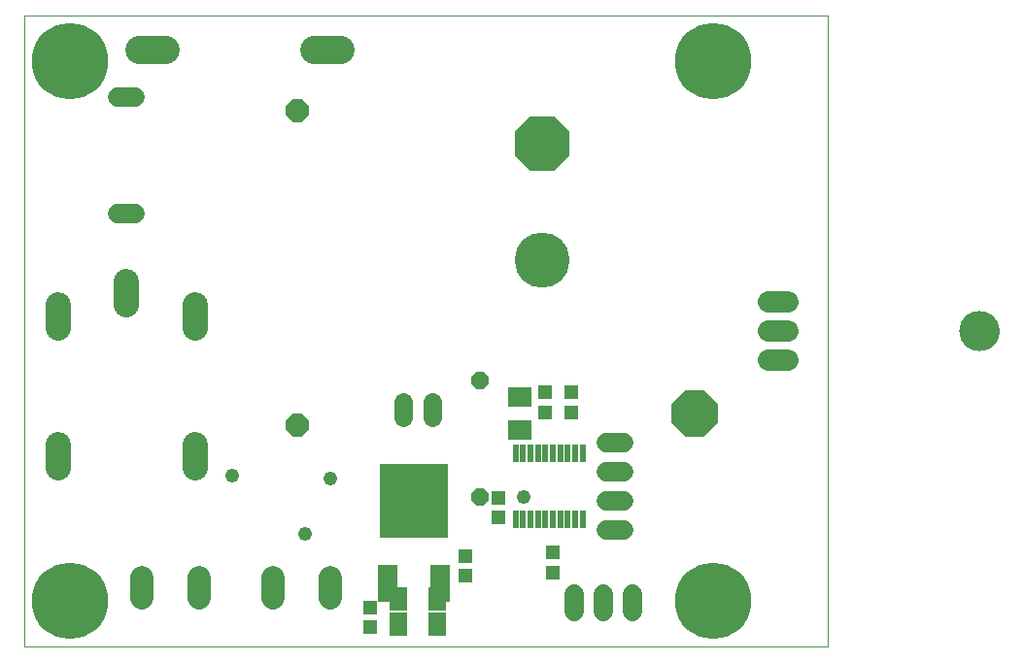
<source format=gts>
G75*
%MOIN*%
%OFA0B0*%
%FSLAX25Y25*%
%IPPOS*%
%LPD*%
%AMOC8*
5,1,8,0,0,1.08239X$1,22.5*
%
%ADD10C,0.00000*%
%ADD11C,0.08600*%
%ADD12R,0.05131X0.04737*%
%ADD13C,0.06800*%
%ADD14C,0.09650*%
%ADD15C,0.07400*%
%ADD16C,0.13800*%
%ADD17C,0.18900*%
%ADD18OC8,0.18900*%
%ADD19OC8,0.07850*%
%ADD20C,0.07850*%
%ADD21R,0.02375X0.06115*%
%ADD22R,0.04737X0.05131*%
%ADD23R,0.07898X0.07099*%
%ADD24R,0.23635X0.25209*%
%ADD25R,0.07099X0.12611*%
%ADD26R,0.06312X0.07887*%
%ADD27OC8,0.15800*%
%ADD28C,0.06400*%
%ADD29OC8,0.06000*%
%ADD30C,0.26200*%
%ADD31C,0.04762*%
D10*
X0002474Y0011800D02*
X0002474Y0228335D01*
X0278065Y0228335D01*
X0278065Y0011800D01*
X0002474Y0011800D01*
X0323724Y0120068D02*
X0323726Y0120229D01*
X0323732Y0120389D01*
X0323742Y0120550D01*
X0323756Y0120710D01*
X0323774Y0120870D01*
X0323795Y0121029D01*
X0323821Y0121188D01*
X0323851Y0121346D01*
X0323884Y0121503D01*
X0323922Y0121660D01*
X0323963Y0121815D01*
X0324008Y0121969D01*
X0324057Y0122122D01*
X0324110Y0122274D01*
X0324166Y0122425D01*
X0324227Y0122574D01*
X0324290Y0122722D01*
X0324358Y0122868D01*
X0324429Y0123012D01*
X0324503Y0123154D01*
X0324581Y0123295D01*
X0324663Y0123433D01*
X0324748Y0123570D01*
X0324836Y0123704D01*
X0324928Y0123836D01*
X0325023Y0123966D01*
X0325121Y0124094D01*
X0325222Y0124219D01*
X0325326Y0124341D01*
X0325433Y0124461D01*
X0325543Y0124578D01*
X0325656Y0124693D01*
X0325772Y0124804D01*
X0325891Y0124913D01*
X0326012Y0125018D01*
X0326136Y0125121D01*
X0326262Y0125221D01*
X0326390Y0125317D01*
X0326521Y0125410D01*
X0326655Y0125500D01*
X0326790Y0125587D01*
X0326928Y0125670D01*
X0327067Y0125750D01*
X0327209Y0125826D01*
X0327352Y0125899D01*
X0327497Y0125968D01*
X0327644Y0126034D01*
X0327792Y0126096D01*
X0327942Y0126154D01*
X0328093Y0126209D01*
X0328246Y0126260D01*
X0328400Y0126307D01*
X0328555Y0126350D01*
X0328711Y0126389D01*
X0328867Y0126425D01*
X0329025Y0126456D01*
X0329183Y0126484D01*
X0329342Y0126508D01*
X0329502Y0126528D01*
X0329662Y0126544D01*
X0329822Y0126556D01*
X0329983Y0126564D01*
X0330144Y0126568D01*
X0330304Y0126568D01*
X0330465Y0126564D01*
X0330626Y0126556D01*
X0330786Y0126544D01*
X0330946Y0126528D01*
X0331106Y0126508D01*
X0331265Y0126484D01*
X0331423Y0126456D01*
X0331581Y0126425D01*
X0331737Y0126389D01*
X0331893Y0126350D01*
X0332048Y0126307D01*
X0332202Y0126260D01*
X0332355Y0126209D01*
X0332506Y0126154D01*
X0332656Y0126096D01*
X0332804Y0126034D01*
X0332951Y0125968D01*
X0333096Y0125899D01*
X0333239Y0125826D01*
X0333381Y0125750D01*
X0333520Y0125670D01*
X0333658Y0125587D01*
X0333793Y0125500D01*
X0333927Y0125410D01*
X0334058Y0125317D01*
X0334186Y0125221D01*
X0334312Y0125121D01*
X0334436Y0125018D01*
X0334557Y0124913D01*
X0334676Y0124804D01*
X0334792Y0124693D01*
X0334905Y0124578D01*
X0335015Y0124461D01*
X0335122Y0124341D01*
X0335226Y0124219D01*
X0335327Y0124094D01*
X0335425Y0123966D01*
X0335520Y0123836D01*
X0335612Y0123704D01*
X0335700Y0123570D01*
X0335785Y0123433D01*
X0335867Y0123295D01*
X0335945Y0123154D01*
X0336019Y0123012D01*
X0336090Y0122868D01*
X0336158Y0122722D01*
X0336221Y0122574D01*
X0336282Y0122425D01*
X0336338Y0122274D01*
X0336391Y0122122D01*
X0336440Y0121969D01*
X0336485Y0121815D01*
X0336526Y0121660D01*
X0336564Y0121503D01*
X0336597Y0121346D01*
X0336627Y0121188D01*
X0336653Y0121029D01*
X0336674Y0120870D01*
X0336692Y0120710D01*
X0336706Y0120550D01*
X0336716Y0120389D01*
X0336722Y0120229D01*
X0336724Y0120068D01*
X0336722Y0119907D01*
X0336716Y0119747D01*
X0336706Y0119586D01*
X0336692Y0119426D01*
X0336674Y0119266D01*
X0336653Y0119107D01*
X0336627Y0118948D01*
X0336597Y0118790D01*
X0336564Y0118633D01*
X0336526Y0118476D01*
X0336485Y0118321D01*
X0336440Y0118167D01*
X0336391Y0118014D01*
X0336338Y0117862D01*
X0336282Y0117711D01*
X0336221Y0117562D01*
X0336158Y0117414D01*
X0336090Y0117268D01*
X0336019Y0117124D01*
X0335945Y0116982D01*
X0335867Y0116841D01*
X0335785Y0116703D01*
X0335700Y0116566D01*
X0335612Y0116432D01*
X0335520Y0116300D01*
X0335425Y0116170D01*
X0335327Y0116042D01*
X0335226Y0115917D01*
X0335122Y0115795D01*
X0335015Y0115675D01*
X0334905Y0115558D01*
X0334792Y0115443D01*
X0334676Y0115332D01*
X0334557Y0115223D01*
X0334436Y0115118D01*
X0334312Y0115015D01*
X0334186Y0114915D01*
X0334058Y0114819D01*
X0333927Y0114726D01*
X0333793Y0114636D01*
X0333658Y0114549D01*
X0333520Y0114466D01*
X0333381Y0114386D01*
X0333239Y0114310D01*
X0333096Y0114237D01*
X0332951Y0114168D01*
X0332804Y0114102D01*
X0332656Y0114040D01*
X0332506Y0113982D01*
X0332355Y0113927D01*
X0332202Y0113876D01*
X0332048Y0113829D01*
X0331893Y0113786D01*
X0331737Y0113747D01*
X0331581Y0113711D01*
X0331423Y0113680D01*
X0331265Y0113652D01*
X0331106Y0113628D01*
X0330946Y0113608D01*
X0330786Y0113592D01*
X0330626Y0113580D01*
X0330465Y0113572D01*
X0330304Y0113568D01*
X0330144Y0113568D01*
X0329983Y0113572D01*
X0329822Y0113580D01*
X0329662Y0113592D01*
X0329502Y0113608D01*
X0329342Y0113628D01*
X0329183Y0113652D01*
X0329025Y0113680D01*
X0328867Y0113711D01*
X0328711Y0113747D01*
X0328555Y0113786D01*
X0328400Y0113829D01*
X0328246Y0113876D01*
X0328093Y0113927D01*
X0327942Y0113982D01*
X0327792Y0114040D01*
X0327644Y0114102D01*
X0327497Y0114168D01*
X0327352Y0114237D01*
X0327209Y0114310D01*
X0327067Y0114386D01*
X0326928Y0114466D01*
X0326790Y0114549D01*
X0326655Y0114636D01*
X0326521Y0114726D01*
X0326390Y0114819D01*
X0326262Y0114915D01*
X0326136Y0115015D01*
X0326012Y0115118D01*
X0325891Y0115223D01*
X0325772Y0115332D01*
X0325656Y0115443D01*
X0325543Y0115558D01*
X0325433Y0115675D01*
X0325326Y0115795D01*
X0325222Y0115917D01*
X0325121Y0116042D01*
X0325023Y0116170D01*
X0324928Y0116300D01*
X0324836Y0116432D01*
X0324748Y0116566D01*
X0324663Y0116703D01*
X0324581Y0116841D01*
X0324503Y0116982D01*
X0324429Y0117124D01*
X0324358Y0117268D01*
X0324290Y0117414D01*
X0324227Y0117562D01*
X0324166Y0117711D01*
X0324110Y0117862D01*
X0324057Y0118014D01*
X0324008Y0118167D01*
X0323963Y0118321D01*
X0323922Y0118476D01*
X0323884Y0118633D01*
X0323851Y0118790D01*
X0323821Y0118948D01*
X0323795Y0119107D01*
X0323774Y0119266D01*
X0323756Y0119426D01*
X0323742Y0119586D01*
X0323732Y0119747D01*
X0323726Y0119907D01*
X0323724Y0120068D01*
D11*
X0060974Y0121150D02*
X0060974Y0128950D01*
X0037474Y0129150D02*
X0037474Y0136950D01*
X0013974Y0128950D02*
X0013974Y0121150D01*
X0013974Y0080950D02*
X0013974Y0073150D01*
X0060974Y0073150D02*
X0060974Y0080950D01*
D12*
X0164974Y0062646D03*
X0164974Y0055954D03*
X0181224Y0092204D03*
X0181224Y0098896D03*
D13*
X0201974Y0081800D02*
X0207974Y0081800D01*
X0207974Y0071800D02*
X0201974Y0071800D01*
X0201974Y0061800D02*
X0207974Y0061800D01*
X0207974Y0051800D02*
X0201974Y0051800D01*
X0201224Y0029800D02*
X0201224Y0023800D01*
X0191224Y0023800D02*
X0191224Y0029800D01*
X0211224Y0029800D02*
X0211224Y0023800D01*
X0040474Y0160550D02*
X0034474Y0160550D01*
X0034474Y0200550D02*
X0040474Y0200550D01*
D14*
X0041799Y0216800D02*
X0050649Y0216800D01*
X0101799Y0216800D02*
X0110649Y0216800D01*
D15*
X0257924Y0130068D02*
X0264524Y0130068D01*
X0264524Y0120068D02*
X0257924Y0120068D01*
X0257924Y0110068D02*
X0264524Y0110068D01*
D16*
X0330224Y0120068D03*
D17*
X0179974Y0144300D03*
D18*
X0179974Y0184300D03*
D19*
X0096224Y0195800D03*
X0096224Y0087800D03*
D20*
X0087632Y0035325D02*
X0087632Y0028275D01*
X0107317Y0028275D02*
X0107317Y0035325D01*
X0062317Y0035325D02*
X0062317Y0028275D01*
X0042632Y0028275D02*
X0042632Y0035325D01*
D21*
X0170959Y0055481D03*
X0173518Y0055481D03*
X0176077Y0055481D03*
X0178636Y0055481D03*
X0181195Y0055481D03*
X0183754Y0055481D03*
X0186313Y0055481D03*
X0188872Y0055481D03*
X0191431Y0055481D03*
X0193990Y0055481D03*
X0193990Y0078119D03*
X0191431Y0078119D03*
X0188872Y0078119D03*
X0186313Y0078119D03*
X0183754Y0078119D03*
X0181195Y0078119D03*
X0178636Y0078119D03*
X0176077Y0078119D03*
X0173518Y0078119D03*
X0170959Y0078119D03*
D22*
X0189974Y0092204D03*
X0189974Y0098896D03*
X0183724Y0043896D03*
X0183724Y0037204D03*
X0153724Y0035954D03*
X0153724Y0042646D03*
X0121224Y0025146D03*
X0121224Y0018454D03*
D23*
X0172474Y0086202D03*
X0172474Y0097398D03*
D24*
X0136224Y0061800D03*
D25*
X0127228Y0033532D03*
X0145220Y0033532D03*
D26*
X0144167Y0028050D03*
X0144167Y0019300D03*
X0130781Y0019300D03*
X0130781Y0028050D03*
D27*
X0232474Y0091800D03*
D28*
X0142474Y0090250D02*
X0142474Y0095850D01*
X0132474Y0095850D02*
X0132474Y0090250D01*
D29*
X0158724Y0103050D03*
X0158724Y0063050D03*
D30*
X0238695Y0027548D03*
X0018222Y0027548D03*
X0018222Y0212587D03*
X0238695Y0212587D03*
D31*
X0107474Y0069300D03*
X0098724Y0050550D03*
X0073724Y0070550D03*
X0173724Y0063050D03*
M02*

</source>
